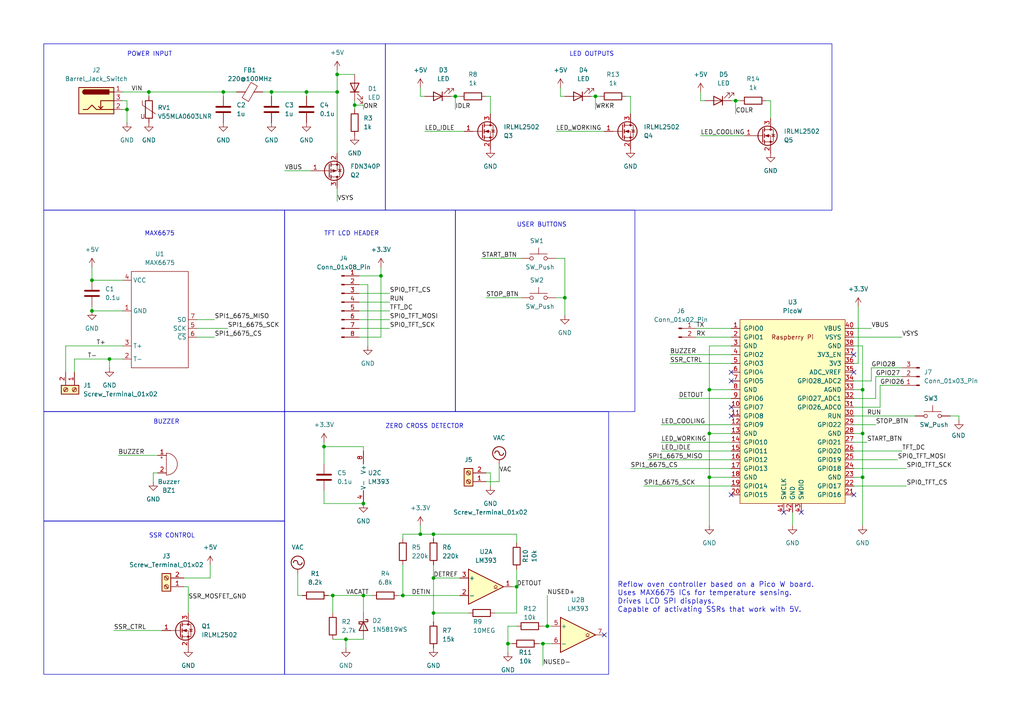
<source format=kicad_sch>
(kicad_sch (version 20230121) (generator eeschema)
  (paper "A4")
  (title_block (title "Pcroast"))
  (lib_symbols
    (symbol "Comparator:LM393" (pin_names (offset 0.127))
      (property "Reference" "U" (at 3.81 3.81 0))
      (property "Value" "LM393" (at 6.35 -3.81 0))
      (symbol "LM393_1_1"
        (pin open_collector line (at 7.62 0 180) (length 2.54) (name "~") (number "1"))
        (pin input line (at -7.62 -2.54 0) (length 2.54) (name "-") (number "2"))
        (pin input line (at -7.62 2.54 0) (length 2.54) (name "+") (number "3"))
      )
      (symbol "LM393_2_1"
        (pin input line (at -7.62 2.54 0) (length 2.54) (name "+") (number "5"))
        (pin input line (at -7.62 -2.54 0) (length 2.54) (name "-") (number "6"))
        (pin open_collector line (at 7.62 0 180) (length 2.54) (name "~") (number "7"))
      )
      (symbol "LM393_3_1"
        (pin power_in line (at -2.54 -7.62 90) (length 3.81) (name "V-") (number "4"))
        (pin power_in line (at -2.54 7.62 270) (length 3.81) (name "V+") (number "8"))
      )
    )
    (symbol "Connector:Barrel_Jack_Switch" (pin_names hide)
      (property "Reference" "J" (at 0 5.334 0))
      (property "Value" "Barrel_Jack_Switch" (at 0 -5.08 0))
      (symbol "Barrel_Jack_Switch_1_1"
        (pin passive line (at 7.62 2.54 180) (length 2.54) (name "~") (number "1"))
        (pin passive line (at 7.62 -2.54 180) (length 2.54) (name "~") (number "2"))
        (pin passive line (at 7.62 0 180) (length 2.54) (name "~") (number "3"))
      )
    )
    (symbol "Connector:Conn_01x02_Pin" (pin_names (offset 1.016) hide)
      (property "Reference" "J" (at 0 2.54 0))
      (property "Value" "Conn_01x02_Pin" (at 0 -5.08 0))
      (symbol "Conn_01x02_Pin_1_1"
        (pin passive line (at 5.08 0 180) (length 3.81) (name "Pin_1") (number "1"))
        (pin passive line (at 5.08 -2.54 180) (length 3.81) (name "Pin_2") (number "2"))
      )
    )
    (symbol "Connector:Conn_01x03_Pin" (pin_names (offset 1.016) hide)
      (property "Reference" "J" (at 0 5.08 0))
      (property "Value" "Conn_01x03_Pin" (at 0 -5.08 0))
      (symbol "Conn_01x03_Pin_1_1"
        (pin passive line (at 5.08 2.54 180) (length 3.81) (name "Pin_1") (number "1"))
        (pin passive line (at 5.08 0 180) (length 3.81) (name "Pin_2") (number "2"))
        (pin passive line (at 5.08 -2.54 180) (length 3.81) (name "Pin_3") (number "3"))
      )
    )
    (symbol "Connector:Conn_01x08_Pin" (pin_names (offset 1.016) hide)
      (property "Reference" "J" (at 0 10.16 0))
      (property "Value" "Conn_01x08_Pin" (at 0 -12.7 0))
      (symbol "Conn_01x08_Pin_1_1"
        (pin passive line (at 5.08 7.62 180) (length 3.81) (name "Pin_1") (number "1"))
        (pin passive line (at 5.08 5.08 180) (length 3.81) (name "Pin_2") (number "2"))
        (pin passive line (at 5.08 2.54 180) (length 3.81) (name "Pin_3") (number "3"))
        (pin passive line (at 5.08 0 180) (length 3.81) (name "Pin_4") (number "4"))
        (pin passive line (at 5.08 -2.54 180) (length 3.81) (name "Pin_5") (number "5"))
        (pin passive line (at 5.08 -5.08 180) (length 3.81) (name "Pin_6") (number "6"))
        (pin passive line (at 5.08 -7.62 180) (length 3.81) (name "Pin_7") (number "7"))
        (pin passive line (at 5.08 -10.16 180) (length 3.81) (name "Pin_8") (number "8"))
      )
    )
    (symbol "Connector:Screw_Terminal_01x02" (pin_names (offset 1.016) hide)
      (property "Reference" "J" (at 0 2.54 0))
      (property "Value" "Screw_Terminal_01x02" (at 0 -5.08 0))
      (symbol "Screw_Terminal_01x02_1_1"
        (pin passive line (at -5.08 0 0) (length 3.81) (name "Pin_1") (number "1"))
        (pin passive line (at -5.08 -2.54 0) (length 3.81) (name "Pin_2") (number "2"))
      )
    )
    (symbol "Device:Buzzer" (pin_names (offset 0.0254) hide)
      (property "Reference" "BZ" (at 3.81 1.27 0))
      (property "Value" "Buzzer" (at 3.81 -1.27 0))
      (symbol "Buzzer_1_1"
        (pin passive line (at -2.54 2.54 0) (length 2.54) (name "-") (number "1"))
        (pin passive line (at -2.54 -2.54 0) (length 2.54) (name "+") (number "2"))
      )
    )
    (symbol "Device:C" (pin_numbers hide) (pin_names (offset 0.254))
      (property "Reference" "C" (at 0.635 2.54 0))
      (property "Value" "C" (at 0.635 -2.54 0))
      (symbol "C_1_1"
        (pin passive line (at 0 3.81 270) (length 2.794) (name "~") (number "1"))
        (pin passive line (at 0 -3.81 90) (length 2.794) (name "~") (number "2"))
      )
    )
    (symbol "Device:FerriteBead" (pin_numbers hide) (pin_names (offset 0))
      (property "Reference" "FB" (at -3.81 0.635 90))
      (property "Value" "FerriteBead" (at 3.81 0 90))
      (symbol "FerriteBead_1_1"
        (pin passive line (at 0 3.81 270) (length 2.54) (name "~") (number "1"))
        (pin passive line (at 0 -3.81 90) (length 2.54) (name "~") (number "2"))
      )
    )
    (symbol "Device:LED" (pin_numbers hide) (pin_names (offset 1.016) hide)
      (property "Reference" "D" (at 0 2.54 0))
      (property "Value" "LED" (at 0 -2.54 0))
      (symbol "LED_1_1"
        (pin passive line (at -3.81 0 0) (length 2.54) (name "K") (number "1"))
        (pin passive line (at 3.81 0 180) (length 2.54) (name "A") (number "2"))
      )
    )
    (symbol "Device:R" (pin_numbers hide) (pin_names (offset 0))
      (property "Reference" "R" (at 2.032 0 90))
      (property "Value" "R" (at 0 0 90))
      (symbol "R_1_1"
        (pin passive line (at 0 3.81 270) (length 1.27) (name "~") (number "1"))
        (pin passive line (at 0 -3.81 90) (length 1.27) (name "~") (number "2"))
      )
    )
    (symbol "Device:Varistor" (pin_numbers hide) (pin_names (offset 0))
      (property "Reference" "RV" (at 3.175 0 90))
      (property "Value" "Varistor" (at -3.175 0 90))
      (symbol "Varistor_0_0"
        (text "U" (at -1.778 -2.032 0) (effects (font (size 1.27 1.27))))
      )
      (symbol "Varistor_1_1"
        (pin passive line (at 0 3.81 270) (length 1.27) (name "~") (number "1"))
        (pin passive line (at 0 -3.81 90) (length 1.27) (name "~") (number "2"))
      )
    )
    (symbol "Diode:1N5819WS" (pin_numbers hide) (pin_names (offset 1.016) hide)
      (property "Reference" "D" (at 0 2.54 0))
      (property "Value" "1N5819WS" (at 0 -2.54 0))
      (symbol "1N5819WS_1_1"
        (pin passive line (at -3.81 0 0) (length 2.54) (name "K") (number "1"))
        (pin passive line (at 3.81 0 180) (length 2.54) (name "A") (number "2"))
      )
    )
    (symbol "GND_1" (power) (pin_names (offset 0))
      (property "Value" "GND_1" (at 0 -3.81 0))
      (symbol "GND_1_1_1"
        (pin power_in line (at 0 0 270) (length 0) hide (name "GND") (number "1"))
      )
    )
    (symbol "GND_10" (power) (pin_names (offset 0))
      (property "Value" "GND_10" (at 0 -3.81 0))
      (symbol "GND_10_1_1"
        (pin power_in line (at 0 0 270) (length 0) hide (name "GND") (number "1"))
      )
    )
    (symbol "GND_11" (power) (pin_names (offset 0))
      (property "Value" "GND_11" (at 0 -3.81 0))
      (symbol "GND_11_1_1"
        (pin power_in line (at 0 0 270) (length 0) hide (name "GND") (number "1"))
      )
    )
    (symbol "GND_2" (power) (pin_names (offset 0))
      (property "Value" "GND_2" (at 0 -3.81 0))
      (symbol "GND_2_1_1"
        (pin power_in line (at 0 0 270) (length 0) hide (name "GND") (number "1"))
      )
    )
    (symbol "GND_3" (power) (pin_names (offset 0))
      (property "Value" "GND_3" (at 0 -3.81 0))
      (symbol "GND_3_1_1"
        (pin power_in line (at 0 0 270) (length 0) hide (name "GND") (number "1"))
      )
    )
    (symbol "GND_4" (power) (pin_names (offset 0))
      (property "Value" "GND_4" (at 0 -3.81 0))
      (symbol "GND_4_1_1"
        (pin power_in line (at 0 0 270) (length 0) hide (name "GND") (number "1"))
      )
    )
    (symbol "GND_5" (power) (pin_names (offset 0))
      (property "Value" "GND_5" (at 0 -3.81 0))
      (symbol "GND_5_1_1"
        (pin power_in line (at 0 0 270) (length 0) hide (name "GND") (number "1"))
      )
    )
    (symbol "GND_6" (power) (pin_names (offset 0))
      (property "Value" "GND_6" (at 0 -3.81 0))
      (symbol "GND_6_1_1"
        (pin power_in line (at 0 0 270) (length 0) hide (name "GND") (number "1"))
      )
    )
    (symbol "GND_7" (power) (pin_names (offset 0))
      (property "Value" "GND_7" (at 0 -3.81 0))
      (symbol "GND_7_1_1"
        (pin power_in line (at 0 0 270) (length 0) hide (name "GND") (number "1"))
      )
    )
    (symbol "GND_8" (power) (pin_names (offset 0))
      (property "Value" "GND_8" (at 0 -3.81 0))
      (symbol "GND_8_1_1"
        (pin power_in line (at 0 0 270) (length 0) hide (name "GND") (number "1"))
      )
    )
    (symbol "GND_9" (power) (pin_names (offset 0))
      (property "Value" "GND_9" (at 0 -3.81 0))
      (symbol "GND_9_1_1"
        (pin power_in line (at 0 0 270) (length 0) hide (name "GND") (number "1"))
      )
    )
    (symbol "Switch:SW_Push" (pin_numbers hide) (pin_names (offset 1.016) hide)
      (property "Reference" "SW" (at 1.27 2.54 0))
      (property "Value" "SW_Push" (at 0 -1.524 0))
      (symbol "SW_Push_0_1"
        (pin passive line (at -5.08 0 0) (length 2.54) (name "1") (number "1"))
        (pin passive line (at 5.08 0 180) (length 2.54) (name "2") (number "2"))
      )
    )
    (symbol "Transistor_FET:FDN340P" (pin_names hide)
      (property "Reference" "Q" (at 5.08 1.905 0))
      (property "Value" "FDN340P" (at 5.08 0 0))
      (symbol "FDN340P_1_1"
        (pin input line (at -5.08 0 0) (length 2.54) (name "G") (number "1"))
        (pin passive line (at 2.54 -5.08 90) (length 2.54) (name "S") (number "2"))
        (pin passive line (at 2.54 5.08 270) (length 2.54) (name "D") (number "3"))
      )
    )
    (symbol "pcrap:IRLML2502" (pin_names hide)
      (property "Reference" "Q" (at 5.08 1.905 0))
      (property "Value" "IRLML2502" (at 5.08 0 0))
      (symbol "IRLML2502_1_1"
        (pin input line (at -5.08 0 0) (length 2.54) (name "G") (number "1"))
        (pin passive line (at 2.54 -5.08 90) (length 2.54) (name "S") (number "2"))
        (pin passive line (at 2.54 5.08 270) (length 2.54) (name "D") (number "3"))
      )
    )
    (symbol "pcrap:MAX6675"
      (property "Reference" "U" (at 3.81 0 0))
      (property "Value" "MAX6675" (at 6.35 -7.62 0))
      (symbol "MAX6675_1_1"
        (pin power_in line (at -5.08 -12.7 0) (length 2.54) (name "GND") (number "1"))
        (pin input line (at -5.08 -26.67 0) (length 2.54) (name "T-") (number "2"))
        (pin input line (at -5.08 -22.86 0) (length 2.54) (name "T+") (number "3"))
        (pin power_in line (at -5.08 -3.81 0) (length 2.54) (name "VCC") (number "4"))
        (pin input line (at 16.51 -17.78 180) (length 2.54) (name "SCK") (number "5"))
        (pin input line (at 16.51 -20.32 180) (length 2.54) (name "~{CS}") (number "6"))
        (pin output line (at 16.51 -15.24 180) (length 2.54) (name "SO") (number "7"))
        (pin no_connect line (at 7.62 -31.75 0) (length 2.54) hide (name "NC") (number "8"))
      )
    )
    (symbol "pcrap:PicoW" (pin_names (offset 1.016))
      (property "Reference" "U" (at -13.97 27.94 0))
      (property "Value" "PicoW" (at 0 19.05 0))
      (symbol "PicoW_0_0"
        (text "Raspberry Pi" (at 0 21.59 0) (effects (font (size 1.27 1.27))))
      )
      (symbol "PicoW_1_1"
        (pin bidirectional line (at -17.78 24.13 0) (length 2.54) (name "GPIO0") (number "1"))
        (pin bidirectional line (at -17.78 1.27 0) (length 2.54) (name "GPIO7") (number "10"))
        (pin bidirectional line (at -17.78 -1.27 0) (length 2.54) (name "GPIO8") (number "11"))
        (pin bidirectional line (at -17.78 -3.81 0) (length 2.54) (name "GPIO9") (number "12"))
        (pin power_in line (at -17.78 -6.35 0) (length 2.54) (name "GND") (number "13"))
        (pin bidirectional line (at -17.78 -8.89 0) (length 2.54) (name "GPIO10") (number "14"))
        (pin bidirectional line (at -17.78 -11.43 0) (length 2.54) (name "GPIO11") (number "15"))
        (pin bidirectional line (at -17.78 -13.97 0) (length 2.54) (name "GPIO12") (number "16"))
        (pin bidirectional line (at -17.78 -16.51 0) (length 2.54) (name "GPIO13") (number "17"))
        (pin power_in line (at -17.78 -19.05 0) (length 2.54) (name "GND") (number "18"))
        (pin bidirectional line (at -17.78 -21.59 0) (length 2.54) (name "GPIO14") (number "19"))
        (pin bidirectional line (at -17.78 21.59 0) (length 2.54) (name "GPIO1") (number "2"))
        (pin bidirectional line (at -17.78 -24.13 0) (length 2.54) (name "GPIO15") (number "20"))
        (pin bidirectional line (at 17.78 -24.13 180) (length 2.54) (name "GPIO16") (number "21"))
        (pin bidirectional line (at 17.78 -21.59 180) (length 2.54) (name "GPIO17") (number "22"))
        (pin power_in line (at 17.78 -19.05 180) (length 2.54) (name "GND") (number "23"))
        (pin bidirectional line (at 17.78 -16.51 180) (length 2.54) (name "GPIO18") (number "24"))
        (pin bidirectional line (at 17.78 -13.97 180) (length 2.54) (name "GPIO19") (number "25"))
        (pin bidirectional line (at 17.78 -11.43 180) (length 2.54) (name "GPIO20") (number "26"))
        (pin bidirectional line (at 17.78 -8.89 180) (length 2.54) (name "GPIO21") (number "27"))
        (pin power_in line (at 17.78 -6.35 180) (length 2.54) (name "GND") (number "28"))
        (pin bidirectional line (at 17.78 -3.81 180) (length 2.54) (name "GPIO22") (number "29"))
        (pin power_in line (at -17.78 19.05 0) (length 2.54) (name "GND") (number "3"))
        (pin input line (at 17.78 -1.27 180) (length 2.54) (name "RUN") (number "30"))
        (pin bidirectional line (at 17.78 1.27 180) (length 2.54) (name "GPIO26_ADC0") (number "31"))
        (pin bidirectional line (at 17.78 3.81 180) (length 2.54) (name "GPIO27_ADC1") (number "32"))
        (pin power_in line (at 17.78 6.35 180) (length 2.54) (name "AGND") (number "33"))
        (pin bidirectional line (at 17.78 8.89 180) (length 2.54) (name "GPIO28_ADC2") (number "34"))
        (pin unspecified line (at 17.78 11.43 180) (length 2.54) (name "ADC_VREF") (number "35"))
        (pin unspecified line (at 17.78 13.97 180) (length 2.54) (name "3V3") (number "36"))
        (pin input line (at 17.78 16.51 180) (length 2.54) (name "3V3_EN") (number "37"))
        (pin bidirectional line (at 17.78 19.05 180) (length 2.54) (name "GND") (number "38"))
        (pin unspecified line (at 17.78 21.59 180) (length 2.54) (name "VSYS") (number "39"))
        (pin bidirectional line (at -17.78 16.51 0) (length 2.54) (name "GPIO2") (number "4"))
        (pin unspecified line (at 17.78 24.13 180) (length 2.54) (name "VBUS") (number "40"))
        (pin input line (at -2.54 -29.21 90) (length 2.54) (name "SWCLK") (number "41"))
        (pin power_in line (at 0 -29.21 90) (length 2.54) (name "GND") (number "42"))
        (pin bidirectional line (at 2.54 -29.21 90) (length 2.54) (name "SWDIO") (number "43"))
        (pin bidirectional line (at -17.78 13.97 0) (length 2.54) (name "GPIO3") (number "5"))
        (pin bidirectional line (at -17.78 11.43 0) (length 2.54) (name "GPIO4") (number "6"))
        (pin bidirectional line (at -17.78 8.89 0) (length 2.54) (name "GPIO5") (number "7"))
        (pin power_in line (at -17.78 6.35 0) (length 2.54) (name "GND") (number "8"))
        (pin bidirectional line (at -17.78 3.81 0) (length 2.54) (name "GPIO6") (number "9"))
      )
    )
    (symbol "power:+3.3V" (power) (pin_names (offset 0))
      (property "Value" "+3.3V" (at 0 3.556 0))
      (symbol "+3.3V_1_1"
        (pin power_in line (at 0 0 90) (length 0) hide (name "+3.3V") (number "1"))
      )
    )
    (symbol "power:+5V" (power) (pin_names (offset 0))
      (property "Value" "+5V" (at 0 3.556 0))
      (symbol "+5V_1_1"
        (pin power_in line (at 0 0 90) (length 0) hide (name "+5V") (number "1"))
      )
    )
    (symbol "power:GND" (power) (pin_names (offset 0))
      (property "Value" "GND" (at 0 -3.81 0))
      (symbol "GND_1_1"
        (pin power_in line (at 0 0 270) (length 0) hide (name "GND") (number "1"))
      )
    )
    (symbol "power:VAC" (power) (pin_names (offset 0))
      (property "Value" "VAC" (at 0 6.35 0))
      (symbol "VAC_1_1"
        (pin power_in line (at 0 0 90) (length 0) hide (name "VAC") (number "1"))
      )
    )
  )
  (junction (at 158.75 181.61))
  (junction (at 97.79 26.67))
  (junction (at 250.19 113.03))
  (junction (at 125.73 177.8))
  (junction (at 88.9 26.67))
  (junction (at 78.74 26.67))
  (junction (at 36.83 31.75))
  (junction (at 64.77 26.67))
  (junction (at 102.87 30.48))
  (junction (at 157.48 186.69))
  (junction (at 125.73 154.94))
  (junction (at 250.19 125.73))
  (junction (at 93.98 129.54))
  (junction (at 125.73 167.64))
  (junction (at 26.67 81.28))
  (junction (at 147.32 186.69))
  (junction (at 172.72 27.94))
  (junction (at 105.41 146.05))
  (junction (at 250.19 138.43))
  (junction (at 105.41 172.72))
  (junction (at 100.33 185.42))
  (junction (at 43.18 26.67))
  (junction (at 205.74 113.03))
  (junction (at 163.83 86.36))
  (junction (at 121.92 154.94))
  (junction (at 132.08 27.94))
  (junction (at 97.79 21.59))
  (junction (at 205.74 125.73))
  (junction (at 26.67 90.17))
  (junction (at 31.75 104.14))
  (junction (at 96.52 172.72))
  (junction (at 149.86 170.18))
  (junction (at 205.74 138.43))
  (junction (at 110.49 80.01))
  (junction (at 116.84 172.72))
  (junction (at 213.36 29.21))
  (no_connect (at 175.26 184.15))
  (no_connect (at 232.41 148.59))
  (no_connect (at 247.65 107.95))
  (no_connect (at 212.09 107.95))
  (no_connect (at 247.65 102.87))
  (no_connect (at 247.65 143.51))
  (no_connect (at 212.09 118.11))
  (no_connect (at 212.09 120.65))
  (no_connect (at 227.33 148.59))
  (no_connect (at 212.09 143.51))
  (no_connect (at 212.09 110.49))
  (wire (pts (xy 125.73 154.94) (xy 149.86 154.94)))
  (wire (pts (xy 278.13 120.65) (xy 278.13 121.92)))
  (wire (pts (xy 194.31 102.87) (xy 212.09 102.87)))
  (wire (pts (xy 222.25 29.21) (xy 223.52 29.21)))
  (wire (pts (xy 142.24 27.94) (xy 142.24 33.02)))
  (wire (pts (xy 191.77 130.81) (xy 212.09 130.81)))
  (wire (pts (xy 100.33 185.42) (xy 105.41 185.42)))
  (wire (pts (xy 247.65 113.03) (xy 250.19 113.03)))
  (wire (pts (xy 223.52 29.21) (xy 223.52 34.29)))
  (wire (pts (xy 161.29 38.1) (xy 175.26 38.1)))
  (wire (pts (xy 36.83 31.75) (xy 36.83 29.21)))
  (wire (pts (xy 250.19 152.4) (xy 250.19 138.43)))
  (wire (pts (xy 247.65 120.65) (xy 265.43 120.65)))
  (wire (pts (xy 147.32 186.69) (xy 147.32 189.23)))
  (wire (pts (xy 35.56 26.67) (xy 43.18 26.67)))
  (wire (pts (xy 275.59 120.65) (xy 278.13 120.65)))
  (wire (pts (xy 212.09 125.73) (xy 205.74 125.73)))
  (wire (pts (xy 88.9 27.94) (xy 88.9 26.67)))
  (wire (pts (xy 255.27 111.76) (xy 261.62 111.76)))
  (wire (pts (xy 132.08 31.75) (xy 132.08 27.94)))
  (wire (pts (xy 172.72 31.75) (xy 172.72 27.94)))
  (wire (pts (xy 203.2 26.67) (xy 203.2 29.21)))
  (wire (pts (xy 26.67 90.17) (xy 35.56 90.17)))
  (wire (pts (xy 205.74 138.43) (xy 205.74 152.4)))
  (wire (pts (xy 78.74 27.94) (xy 78.74 26.67)))
  (wire (pts (xy 57.15 92.71) (xy 62.23 92.71)))
  (wire (pts (xy 96.52 185.42) (xy 100.33 185.42)))
  (wire (pts (xy 144.78 134.62) (xy 144.78 139.7)))
  (wire (pts (xy 76.2 26.67) (xy 78.74 26.67)))
  (wire (pts (xy 104.14 95.25) (xy 113.03 95.25)))
  (wire (pts (xy 247.65 133.35) (xy 260.35 133.35)))
  (wire (pts (xy 205.74 125.73) (xy 205.74 138.43)))
  (wire (pts (xy 147.32 186.69) (xy 148.59 186.69)))
  (wire (pts (xy 158.75 181.61) (xy 160.02 181.61)))
  (wire (pts (xy 64.77 26.67) (xy 68.58 26.67)))
  (wire (pts (xy 125.73 167.64) (xy 125.73 177.8)))
  (wire (pts (xy 33.02 182.88) (xy 46.99 182.88)))
  (wire (pts (xy 229.87 148.59) (xy 229.87 152.4)))
  (wire (pts (xy 110.49 97.79) (xy 110.49 80.01)))
  (wire (pts (xy 26.67 81.28) (xy 35.56 81.28)))
  (wire (pts (xy 53.34 170.18) (xy 54.61 170.18)))
  (wire (pts (xy 255.27 118.11) (xy 255.27 111.76)))
  (wire (pts (xy 213.36 33.02) (xy 213.36 29.21)))
  (wire (pts (xy 115.57 172.72) (xy 116.84 172.72)))
  (wire (pts (xy 149.86 181.61) (xy 147.32 181.61)))
  (wire (pts (xy 104.14 92.71) (xy 113.03 92.71)))
  (wire (pts (xy 247.65 138.43) (xy 250.19 138.43)))
  (wire (pts (xy 106.68 82.55) (xy 104.14 82.55)))
  (wire (pts (xy 86.36 172.72) (xy 86.36 166.37)))
  (wire (pts (xy 102.87 29.21) (xy 102.87 30.48)))
  (wire (pts (xy 123.19 38.1) (xy 134.62 38.1)))
  (wire (pts (xy 254 115.57) (xy 254 109.22)))
  (wire (pts (xy 181.61 27.94) (xy 182.88 27.94)))
  (wire (pts (xy 26.67 88.9) (xy 26.67 90.17)))
  (wire (pts (xy 96.52 172.72) (xy 105.41 172.72)))
  (wire (pts (xy 247.65 128.27) (xy 251.46 128.27)))
  (wire (pts (xy 60.96 163.83) (xy 60.96 167.64)))
  (wire (pts (xy 162.56 27.94) (xy 163.83 27.94)))
  (wire (pts (xy 125.73 154.94) (xy 125.73 156.21)))
  (wire (pts (xy 143.51 177.8) (xy 149.86 177.8)))
  (wire (pts (xy 26.67 77.47) (xy 26.67 81.28)))
  (wire (pts (xy 31.75 104.14) (xy 35.56 104.14)))
  (wire (pts (xy 104.14 87.63) (xy 113.03 87.63)))
  (wire (pts (xy 247.65 135.89) (xy 262.89 135.89)))
  (wire (pts (xy 116.84 163.83) (xy 116.84 172.72)))
  (wire (pts (xy 116.84 156.21) (xy 116.84 154.94)))
  (wire (pts (xy 187.96 133.35) (xy 212.09 133.35)))
  (wire (pts (xy 247.65 110.49) (xy 252.73 110.49)))
  (wire (pts (xy 78.74 26.67) (xy 88.9 26.67)))
  (wire (pts (xy 93.98 129.54) (xy 93.98 134.62)))
  (wire (pts (xy 105.41 31.75) (xy 105.41 30.48)))
  (wire (pts (xy 57.15 97.79) (xy 62.23 97.79)))
  (wire (pts (xy 247.65 140.97) (xy 262.89 140.97)))
  (wire (pts (xy 87.63 172.72) (xy 86.36 172.72)))
  (wire (pts (xy 250.19 113.03) (xy 250.19 125.73)))
  (wire (pts (xy 149.86 165.1) (xy 149.86 170.18)))
  (wire (pts (xy 132.08 27.94) (xy 133.35 27.94)))
  (wire (pts (xy 148.59 170.18) (xy 149.86 170.18)))
  (wire (pts (xy 35.56 29.21) (xy 36.83 29.21)))
  (wire (pts (xy 105.41 129.54) (xy 93.98 129.54)))
  (wire (pts (xy 121.92 152.4) (xy 121.92 154.94)))
  (wire (pts (xy 172.72 27.94) (xy 173.99 27.94)))
  (wire (pts (xy 93.98 128.27) (xy 93.98 129.54)))
  (wire (pts (xy 140.97 27.94) (xy 142.24 27.94)))
  (wire (pts (xy 60.96 167.64) (xy 53.34 167.64)))
  (wire (pts (xy 156.21 186.69) (xy 157.48 186.69)))
  (wire (pts (xy 125.73 177.8) (xy 125.73 180.34)))
  (wire (pts (xy 186.69 140.97) (xy 212.09 140.97)))
  (wire (pts (xy 95.25 172.72) (xy 96.52 172.72)))
  (wire (pts (xy 105.41 30.48) (xy 102.87 30.48)))
  (wire (pts (xy 203.2 39.37) (xy 215.9 39.37)))
  (wire (pts (xy 82.55 49.53) (xy 90.17 49.53)))
  (wire (pts (xy 121.92 154.94) (xy 125.73 154.94)))
  (wire (pts (xy 247.65 95.25) (xy 252.73 95.25)))
  (wire (pts (xy 194.31 105.41) (xy 212.09 105.41)))
  (wire (pts (xy 212.09 29.21) (xy 213.36 29.21)))
  (wire (pts (xy 182.88 27.94) (xy 182.88 33.02)))
  (wire (pts (xy 139.7 74.93) (xy 151.13 74.93)))
  (wire (pts (xy 212.09 135.89) (xy 182.88 135.89)))
  (wire (pts (xy 254 109.22) (xy 261.62 109.22)))
  (wire (pts (xy 105.41 172.72) (xy 105.41 177.8)))
  (wire (pts (xy 212.09 138.43) (xy 205.74 138.43)))
  (wire (pts (xy 97.79 21.59) (xy 102.87 21.59)))
  (wire (pts (xy 31.75 104.14) (xy 31.75 106.68)))
  (wire (pts (xy 250.19 100.33) (xy 250.19 113.03)))
  (wire (pts (xy 149.86 157.48) (xy 149.86 154.94)))
  (wire (pts (xy 157.48 186.69) (xy 160.02 186.69)))
  (wire (pts (xy 149.86 170.18) (xy 149.86 177.8)))
  (wire (pts (xy 35.56 31.75) (xy 36.83 31.75)))
  (wire (pts (xy 247.65 123.19) (xy 254 123.19)))
  (wire (pts (xy 163.83 86.36) (xy 163.83 91.44)))
  (wire (pts (xy 205.74 113.03) (xy 205.74 125.73)))
  (wire (pts (xy 248.92 105.41) (xy 247.65 105.41)))
  (wire (pts (xy 161.29 86.36) (xy 163.83 86.36)))
  (wire (pts (xy 19.05 107.95) (xy 19.05 100.33)))
  (wire (pts (xy 205.74 100.33) (xy 205.74 113.03)))
  (wire (pts (xy 247.65 118.11) (xy 255.27 118.11)))
  (wire (pts (xy 191.77 123.19) (xy 212.09 123.19)))
  (wire (pts (xy 125.73 167.64) (xy 133.35 167.64)))
  (wire (pts (xy 96.52 172.72) (xy 96.52 177.8)))
  (wire (pts (xy 104.14 97.79) (xy 110.49 97.79)))
  (wire (pts (xy 248.92 88.9) (xy 248.92 105.41)))
  (wire (pts (xy 21.59 104.14) (xy 21.59 107.95)))
  (wire (pts (xy 110.49 77.47) (xy 110.49 80.01)))
  (wire (pts (xy 97.79 21.59) (xy 97.79 26.67)))
  (wire (pts (xy 130.81 27.94) (xy 132.08 27.94)))
  (wire (pts (xy 97.79 54.61) (xy 97.79 58.42)))
  (wire (pts (xy 54.61 170.18) (xy 54.61 177.8)))
  (wire (pts (xy 106.68 82.55) (xy 106.68 100.33)))
  (wire (pts (xy 158.75 172.72) (xy 158.75 181.61)))
  (wire (pts (xy 104.14 85.09) (xy 113.03 85.09)))
  (wire (pts (xy 34.29 132.08) (xy 45.72 132.08)))
  (wire (pts (xy 100.33 187.96) (xy 100.33 185.42)))
  (wire (pts (xy 44.45 137.16) (xy 45.72 137.16)))
  (wire (pts (xy 212.09 113.03) (xy 205.74 113.03)))
  (wire (pts (xy 247.65 97.79) (xy 261.62 97.79)))
  (wire (pts (xy 102.87 30.48) (xy 102.87 31.75)))
  (wire (pts (xy 104.14 90.17) (xy 113.03 90.17)))
  (wire (pts (xy 247.65 125.73) (xy 250.19 125.73)))
  (wire (pts (xy 203.2 29.21) (xy 204.47 29.21)))
  (wire (pts (xy 191.77 128.27) (xy 212.09 128.27)))
  (wire (pts (xy 57.15 95.25) (xy 66.04 95.25)))
  (wire (pts (xy 161.29 74.93) (xy 163.83 74.93)))
  (wire (pts (xy 64.77 26.67) (xy 64.77 27.94)))
  (wire (pts (xy 252.73 110.49) (xy 252.73 106.68)))
  (wire (pts (xy 142.24 137.16) (xy 140.97 137.16)))
  (wire (pts (xy 157.48 193.04) (xy 157.48 186.69)))
  (wire (pts (xy 105.41 172.72) (xy 107.95 172.72)))
  (wire (pts (xy 140.97 139.7) (xy 144.78 139.7)))
  (wire (pts (xy 43.18 26.67) (xy 43.18 27.94)))
  (wire (pts (xy 125.73 177.8) (xy 135.89 177.8)))
  (wire (pts (xy 105.41 130.81) (xy 105.41 129.54)))
  (wire (pts (xy 162.56 25.4) (xy 162.56 27.94)))
  (wire (pts (xy 212.09 97.79) (xy 201.93 97.79)))
  (wire (pts (xy 93.98 142.24) (xy 93.98 146.05)))
  (wire (pts (xy 196.85 115.57) (xy 212.09 115.57)))
  (wire (pts (xy 247.65 115.57) (xy 254 115.57)))
  (wire (pts (xy 142.24 137.16) (xy 142.24 140.97)))
  (wire (pts (xy 171.45 27.94) (xy 172.72 27.94)))
  (wire (pts (xy 247.65 100.33) (xy 250.19 100.33)))
  (wire (pts (xy 252.73 106.68) (xy 261.62 106.68)))
  (wire (pts (xy 140.97 86.36) (xy 151.13 86.36)))
  (wire (pts (xy 247.65 130.81) (xy 261.62 130.81)))
  (wire (pts (xy 110.49 80.01) (xy 104.14 80.01)))
  (wire (pts (xy 19.05 100.33) (xy 35.56 100.33)))
  (wire (pts (xy 121.92 25.4) (xy 121.92 27.94)))
  (wire (pts (xy 44.45 139.7) (xy 44.45 137.16)))
  (wire (pts (xy 125.73 163.83) (xy 125.73 167.64)))
  (wire (pts (xy 147.32 181.61) (xy 147.32 186.69)))
  (wire (pts (xy 88.9 26.67) (xy 97.79 26.67)))
  (wire (pts (xy 93.98 146.05) (xy 105.41 146.05)))
  (wire (pts (xy 157.48 181.61) (xy 158.75 181.61)))
  (wire (pts (xy 213.36 29.21) (xy 214.63 29.21)))
  (wire (pts (xy 250.19 125.73) (xy 250.19 138.43)))
  (wire (pts (xy 116.84 172.72) (xy 133.35 172.72)))
  (wire (pts (xy 64.77 26.67) (xy 43.18 26.67)))
  (wire (pts (xy 212.09 95.25) (xy 201.93 95.25)))
  (wire (pts (xy 97.79 26.67) (xy 97.79 44.45)))
  (wire (pts (xy 123.19 27.94) (xy 121.92 27.94)))
  (wire (pts (xy 36.83 35.56) (xy 36.83 31.75)))
  (wire (pts (xy 116.84 154.94) (xy 121.92 154.94)))
  (wire (pts (xy 212.09 100.33) (xy 205.74 100.33)))
  (wire (pts (xy 97.79 20.32) (xy 97.79 21.59)))
  (wire (pts (xy 163.83 74.93) (xy 163.83 86.36)))
  (wire (pts (xy 21.59 104.14) (xy 31.75 104.14)))
  (rectangle (start 111.76 12.7) (end 241.3 60.96))
  (rectangle (start 12.7 12.7) (end 111.76 60.96))
  (rectangle (start 82.55 60.96) (end 132.08 119.38))
  (rectangle (start 132.08 60.96) (end 184.15 119.38))
  (rectangle (start 12.7 60.96) (end 82.55 119.38))
  (rectangle (start 12.7 119.38) (end 82.55 151.13))
  (rectangle (start 12.7 151.13) (end 82.55 195.58))
  (rectangle (start 82.55 119.38) (end 176.53 195.58))
  (text "USER BUTTONS" (at 149.86 66.04 0) (effects (font (size 1.27 1.27)) (justify left bottom)))
  (text "SSR CONTROL" (at 43.18 156.21 0) (effects (font (size 1.27 1.27)) (justify left bottom)))
  (text "ZERO CROSS DETECTOR" (at 111.76 124.46 0) (effects (font (size 1.27 1.27)) (justify left bottom)))
  (text "POWER INPUT" (at 36.83 16.51 0) (effects (font (size 1.27 1.27)) (justify left bottom)))
  (text "MAX6675" (at 41.91 68.58 0) (effects (font (size 1.27 1.27)) (justify left bottom)))
  (text "BUZZER" (at 44.45 123.19 0) (effects (font (size 1.27 1.27)) (justify left bottom)))
  (text "LED OUTPUTS" (at 165.1 16.51 0) (effects (font (size 1.27 1.27)) (justify left bottom)))
  (text "TFT LCD HEADER" (at 93.98 68.58 0) (effects (font (size 1.27 1.27)) (justify left bottom)))
  (text "Reflow oven controller based on a Pico W board.\nUses MAX6675 ICs for temperature sensing.\nDrives LCD SPI displays.\nCapable of activating SSRs that work with 5V." (at 179.07 177.8 0) (effects (font (size 1.5 1.5)) (justify left bottom)))
  (label "DETIN" (at 119.38 172.72 0))
  (label "SPI0_TFT_SCK" (at 113.03 95.25 0))
  (label "SPI0_TFT_MOSI" (at 260.35 133.35 0))
  (label "TFT_DC" (at 261.62 130.81 0))
  (label "GPIO27" (at 254 109.22 0))
  (label "NUSED-" (at 157.48 193.04 0))
  (label "SPI0_TFT_CS" (at 262.89 140.97 0))
  (label "LED_WORKING" (at 161.29 38.1 0))
  (label "SSR_CTRL" (at 194.31 105.41 0))
  (label "RX" (at 201.93 97.79 0))
  (label "STOP_BTN" (at 140.97 86.36 0))
  (label "VBUS" (at 82.55 49.53 0))
  (label "LED_COOLING" (at 191.77 123.19 0))
  (label "BUZZER" (at 34.29 132.08 0))
  (label "SPI1_6675_CS" (at 182.88 135.89 0))
  (label "SPI0_TFT_MOSI" (at 113.03 92.71 0))
  (label "VBUS" (at 252.73 95.25 0))
  (label "SSR_MOSFET_GND" (at 54.61 173.99 0))
  (label "ONR" (at 105.41 31.75 0))
  (label "WRKR" (at 172.72 31.75 0))
  (label "SPI1_6675_MISO" (at 187.96 133.35 0))
  (label "GPIO26" (at 255.27 111.76 0))
  (label "VIN" (at 38.1 26.67 0))
  (label "SPI0_TFT_SCK" (at 262.89 135.89 0))
  (label "T+" (at 27.94 100.33 0))
  (label "LED_COOLING" (at 203.2 39.37 0))
  (label "VACATT" (at 100.33 172.72 0))
  (label "TX" (at 201.93 95.25 0))
  (label "DETOUT" (at 149.86 170.18 0))
  (label "T-" (at 25.4 104.14 0))
  (label "SPI0_TFT_CS" (at 113.03 85.09 0))
  (label "BUZZER" (at 194.31 102.87 0))
  (label "SPI1_6675_SCK" (at 186.69 140.97 0))
  (label "SPI1_6675_SCK" (at 66.04 95.25 0))
  (label "DETOUT" (at 196.85 115.57 0))
  (label "VAC" (at 144.78 137.16 0))
  (label "IDLR" (at 132.08 31.75 0))
  (label "COLR" (at 213.36 33.02 0))
  (label "VSYS" (at 261.62 97.79 0))
  (label "TFT_DC" (at 113.03 90.17 0))
  (label "DETREF" (at 125.73 167.64 0))
  (label "START_BTN" (at 139.7 74.93 0))
  (label "RUN" (at 251.46 120.65 0))
  (label "VSYS" (at 97.79 58.42 0))
  (label "SPI1_6675_MISO" (at 62.23 92.71 0))
  (label "LED_IDLE" (at 123.19 38.1 0))
  (label "START_BTN" (at 251.46 128.27 0))
  (label "SPI1_6675_CS" (at 62.23 97.79 0))
  (label "STOP_BTN" (at 254 123.19 0))
  (label "GPIO28" (at 252.73 106.68 0))
  (label "LED_IDLE" (at 191.77 130.81 0))
  (label "SSR_CTRL" (at 33.02 182.88 0))
  (label "RUN" (at 113.03 87.63 0))
  (label "NUSED+" (at 158.75 172.72 0))
  (label "LED_WORKING" (at 191.77 128.27 0))
  (symbol (lib_id "Device:R") (at 137.16 27.94 90) (unit 1)
    (property "Reference" "R8" (at 137.16 21.59 90))
    (property "Value" "1k" (at 137.16 24.13 90))
    (property "Footprint" "Resistor_SMD:R_0603_1608Metric" (effects hide))
  )
  (symbol (lib_id "Device:LED") (at 127 27.94 180) (unit 1)
    (property "Reference" "D3" (at 128.5875 20.32 0))
    (property "Value" "LED" (at 128.5875 22.86 0))
    (property "Footprint" "LED_SMD:LED_0603_1608Metric" (effects hide))
  )
  (symbol (lib_id "power:+3.3V") (at 110.49 77.47 0) (unit 1)
    (property "Reference" "#PWR018" (effects hide))
    (property "Value" "+3.3V" (at 110.49 72.39 0))
  )
  (symbol (lib_id "Comparator:LM393") (at 140.97 170.18 0) (unit 1)
    (property "Reference" "U2" (at 140.97 160.02 0))
    (property "Value" "LM393" (at 140.97 162.56 0))
    (property "Footprint" "Package_SO:SOIC-8_3.9x4.9mm_P1.27mm" (effects hide))
    (property "Datasheet" "http://www.ti.com/lit/ds/symlink/lm393.pdf" (effects hide))
  )
  (symbol (lib_id "Device:R") (at 218.44 29.21 90) (unit 1)
    (property "Reference" "R14" (at 218.44 22.86 90))
    (property "Value" "1k" (at 218.44 25.4 90))
    (property "Footprint" "Resistor_SMD:R_0603_1608Metric" (effects hide))
  )
  (symbol (lib_id "Device:R") (at 149.86 161.29 180) (unit 1)
    (property "Reference" "R10" (at 152.4 161.29 90))
    (property "Value" "10k" (at 154.94 161.29 90))
    (property "Footprint" "Resistor_SMD:R_0603_1608Metric" (effects hide))
  )
  (symbol (lib_id "power:VAC") (at 86.36 166.37 0) (unit 1)
    (property "Reference" "#PWR010" (effects hide))
    (property "Value" "VAC" (at 86.36 158.75 0))
  )
  (symbol (lib_id "pcrap:PicoW") (at 229.87 119.38 0) (unit 1)
    (property "Reference" "U3" (at 229.87 87.63 0))
    (property "Value" "PicoW" (at 229.87 90.17 0))
    (property "Footprint" "pcrap:RPi_PicoW_SMD_TH" (effects hide))
  )
  (symbol (lib_name "GND_8") (lib_id "power:GND") (at 100.33 187.96 0) (unit 1)
    (property "Reference" "#PWR014" (effects hide))
    (property "Value" "GND" (at 100.33 193.04 0))
  )
  (symbol (lib_id "Device:R") (at 96.52 181.61 180) (unit 1)
    (property "Reference" "R2" (at 99.06 180.34 0) (effects (justify right)))
    (property "Value" "2.7k" (at 99.06 182.88 0) (effects (justify right)))
    (property "Footprint" "Resistor_SMD:R_0603_1608Metric" (effects hide))
  )
  (symbol (lib_id "Device:R") (at 91.44 172.72 90) (unit 1)
    (property "Reference" "R1" (at 91.44 166.37 90))
    (property "Value" "8.2k" (at 91.44 168.91 90))
    (property "Footprint" "Resistor_SMD:R_0603_1608Metric" (effects hide))
  )
  (symbol (lib_name "GND_10") (lib_id "power:GND") (at 64.77 35.56 0) (unit 1)
    (property "Reference" "#PWR08" (effects hide))
    (property "Value" "GND" (at 64.77 40.64 0))
  )
  (symbol (lib_id "Diode:1N5819WS") (at 105.41 181.61 270) (unit 1)
    (property "Reference" "D2" (at 107.95 180.0225 90) (effects (justify left)))
    (property "Value" "1N5819WS" (at 107.95 182.5625 90) (effects (justify left)))
    (property "Footprint" "Diode_SMD:D_SOD-123" (effects hide))
    (property "Datasheet" "https://datasheet.lcsc.com/lcsc/2204281430_Guangdong-Hottech-1N5819WS_C191023.pdf" (effects hide))
  )
  (symbol (lib_id "power:+5V") (at 121.92 25.4 0) (unit 1)
    (property "Reference" "#PWR019" (effects hide))
    (property "Value" "+5V" (at 121.92 20.32 0))
  )
  (symbol (lib_id "pcrap:IRLML2502") (at 52.07 182.88 0) (unit 1)
    (property "Reference" "Q1" (at 58.42 181.61 0) (effects (justify left)))
    (property "Value" "IRLML2502" (at 58.42 184.15 0) (effects (justify left)))
    (property "Footprint" "Package_TO_SOT_SMD:SOT-23" (effects hide))
    (property "Datasheet" "https://www.infineon.com/dgdl/Infineon-IRLML2502-DataSheet-v01_01-EN.pdf?fileId=5546d462533600a401535668048e2606" (effects hide))
  )
  (symbol (lib_id "Device:R") (at 153.67 181.61 90) (unit 1)
    (property "Reference" "R12" (at 153.67 176.53 90))
    (property "Value" "10k" (at 153.67 179.07 90))
    (property "Footprint" "Resistor_SMD:R_0603_1608Metric" (effects hide))
  )
  (symbol (lib_id "power:+3.3V") (at 93.98 128.27 0) (unit 1)
    (property "Reference" "#PWR020" (effects hide))
    (property "Value" "+3.3V" (at 93.98 123.19 0))
  )
  (symbol (lib_name "GND_2") (lib_id "power:GND") (at 26.67 90.17 0) (unit 1)
    (property "Reference" "#PWR02" (effects hide))
    (property "Value" "GND" (at 26.67 95.25 0))
  )
  (symbol (lib_id "power:+5V") (at 162.56 25.4 0) (unit 1)
    (property "Reference" "#PWR026" (effects hide))
    (property "Value" "+5V" (at 162.56 20.32 0))
  )
  (symbol (lib_name "GND_8") (lib_id "power:GND") (at 142.24 140.97 0) (unit 1)
    (property "Reference" "#PWR023" (effects hide))
    (property "Value" "GND" (at 142.24 146.05 0))
  )
  (symbol (lib_id "Device:R") (at 152.4 186.69 90) (unit 1)
    (property "Reference" "R11" (at 152.4 189.23 90))
    (property "Value" "10k" (at 152.4 191.77 90))
    (property "Footprint" "Resistor_SMD:R_0603_1608Metric" (effects hide))
  )
  (symbol (lib_id "Transistor_FET:FDN340P") (at 95.25 49.53 0) (mirror x) (unit 1)
    (property "Reference" "Q2" (at 101.6 50.8 0) (effects (justify left)))
    (property "Value" "FDN340P" (at 101.6 48.26 0) (effects (justify left)))
    (property "Footprint" "Package_TO_SOT_SMD:SOT-23" (effects hide))
    (property "Datasheet" "https://www.onsemi.com/pub/Collateral/FDN340P-D.PDF" (effects hide))
  )
  (symbol (lib_name "GND_7") (lib_id "power:GND") (at 54.61 187.96 0) (unit 1)
    (property "Reference" "#PWR06" (effects hide))
    (property "Value" "GND" (at 54.61 193.04 0))
  )
  (symbol (lib_name "GND_1") (lib_id "power:GND") (at 205.74 152.4 0) (unit 1)
    (property "Reference" "#PWR030" (effects hide))
    (property "Value" "GND" (at 205.74 157.48 0))
  )
  (symbol (lib_name "GND_10") (lib_id "power:GND") (at 88.9 35.56 0) (unit 1)
    (property "Reference" "#PWR011" (effects hide))
    (property "Value" "GND" (at 88.9 40.64 0))
  )
  (symbol (lib_name "GND_10") (lib_id "power:GND") (at 78.74 35.56 0) (unit 1)
    (property "Reference" "#PWR09" (effects hide))
    (property "Value" "GND" (at 78.74 40.64 0))
  )
  (symbol (lib_id "Device:R") (at 116.84 160.02 0) (unit 1)
    (property "Reference" "R5" (at 119.38 158.75 0) (effects (justify left)))
    (property "Value" "220k" (at 119.38 161.29 0) (effects (justify left)))
    (property "Footprint" "Resistor_SMD:R_0603_1608Metric" (effects hide))
  )
  (symbol (lib_name "GND_4") (lib_id "power:GND") (at 44.45 139.7 0) (mirror y) (unit 1)
    (property "Reference" "#PWR05" (effects hide))
    (property "Value" "GND" (at 44.45 144.78 0))
  )
  (symbol (lib_id "Comparator:LM393") (at 107.95 138.43 0) (unit 3)
    (property "Reference" "U2" (at 106.68 137.16 0) (effects (justify left)))
    (property "Value" "LM393" (at 106.68 139.7 0) (effects (justify left)))
    (property "Footprint" "Package_SO:SOIC-8_3.9x4.9mm_P1.27mm" (effects hide))
    (property "Datasheet" "http://www.ti.com/lit/ds/symlink/lm393.pdf" (effects hide))
  )
  (symbol (lib_id "pcrap:IRLML2502") (at 139.7 38.1 0) (unit 1)
    (property "Reference" "Q3" (at 146.05 39.37 0) (effects (justify left)))
    (property "Value" "IRLML2502" (at 146.05 36.83 0) (effects (justify left)))
    (property "Footprint" "Package_TO_SOT_SMD:SOT-23" (effects hide))
    (property "Datasheet" "https://www.infineon.com/dgdl/Infineon-IRLML2502-DataSheet-v01_01-EN.pdf?fileId=5546d462533600a401535668048e2606" (effects hide))
  )
  (symbol (lib_id "pcrap:IRLML2502") (at 220.98 39.37 0) (unit 1)
    (property "Reference" "Q5" (at 227.33 40.64 0) (effects (justify left)))
    (property "Value" "IRLML2502" (at 227.33 38.1 0) (effects (justify left)))
    (property "Footprint" "Package_TO_SOT_SMD:SOT-23" (effects hide))
    (property "Datasheet" "https://www.infineon.com/dgdl/Infineon-IRLML2502-DataSheet-v01_01-EN.pdf?fileId=5546d462533600a401535668048e2606" (effects hide))
  )
  (symbol (lib_id "Device:R") (at 125.73 184.15 0) (unit 1)
    (property "Reference" "R7" (at 128.27 182.88 0) (effects (justify left)))
    (property "Value" "15k" (at 128.27 185.42 0) (effects (justify left)))
    (property "Footprint" "Resistor_SMD:R_0603_1608Metric" (effects hide))
  )
  (symbol (lib_id "power:+5V") (at 203.2 26.67 0) (unit 1)
    (property "Reference" "#PWR029" (effects hide))
    (property "Value" "+5V" (at 203.2 21.59 0))
  )
  (symbol (lib_name "GND_10") (lib_id "power:GND") (at 43.18 35.56 0) (unit 1)
    (property "Reference" "#PWR04" (effects hide))
    (property "Value" "GND" (at 43.18 40.64 0))
  )
  (symbol (lib_id "Device:LED") (at 208.28 29.21 180) (unit 1)
    (property "Reference" "D5" (at 209.8675 21.59 0))
    (property "Value" "LED" (at 209.8675 24.13 0))
    (property "Footprint" "LED_SMD:LED_0603_1608Metric" (effects hide))
  )
  (symbol (lib_id "power:+5V") (at 26.67 77.47 0) (unit 1)
    (property "Reference" "#PWR01" (effects hide))
    (property "Value" "+5V" (at 26.67 72.39 0))
  )
  (symbol (lib_id "power:+3.3V") (at 121.92 152.4 0) (unit 1)
    (property "Reference" "#PWR012" (effects hide))
    (property "Value" "+3.3V" (at 121.92 147.32 0))
  )
  (symbol (lib_id "Device:R") (at 125.73 160.02 0) (unit 1)
    (property "Reference" "R6" (at 128.27 158.75 0) (effects (justify left)))
    (property "Value" "220k" (at 128.27 161.29 0) (effects (justify left)))
    (property "Footprint" "Resistor_SMD:R_0603_1608Metric" (effects hide))
  )
  (symbol (lib_id "pcrap:IRLML2502") (at 180.34 38.1 0) (unit 1)
    (property "Reference" "Q4" (at 186.69 39.37 0) (effects (justify left)))
    (property "Value" "IRLML2502" (at 186.69 36.83 0) (effects (justify left)))
    (property "Footprint" "Package_TO_SOT_SMD:SOT-23" (effects hide))
    (property "Datasheet" "https://www.infineon.com/dgdl/Infineon-IRLML2502-DataSheet-v01_01-EN.pdf?fileId=5546d462533600a401535668048e2606" (effects hide))
  )
  (symbol (lib_id "Device:R") (at 111.76 172.72 270) (unit 1)
    (property "Reference" "R4" (at 111.76 166.37 90))
    (property "Value" "6.8k" (at 111.76 168.91 90))
    (property "Footprint" "Resistor_SMD:R_0603_1608Metric" (effects hide))
  )
  (symbol (lib_id "power:+3.3V") (at 248.92 88.9 0) (unit 1)
    (property "Reference" "#PWR033" (effects hide))
    (property "Value" "+3.3V" (at 248.92 83.82 0))
  )
  (symbol (lib_name "GND_3") (lib_id "power:GND") (at 36.83 35.56 0) (unit 1)
    (property "Reference" "#PWR03" (effects hide))
    (property "Value" "GND" (at 36.83 40.64 0))
  )
  (symbol (lib_name "GND_11") (lib_id "power:GND") (at 31.75 106.68 0) (unit 1)
    (property "Reference" "#PWR036" (effects hide))
    (property "Value" "GND" (at 31.75 111.76 0))
  )
  (symbol (lib_id "Device:LED") (at 102.87 25.4 90) (unit 1)
    (property "Reference" "D1" (at 106.68 25.7175 90) (effects (justify right)))
    (property "Value" "LED" (at 106.68 28.2575 90) (effects (justify right)))
    (property "Footprint" "LED_SMD:LED_0603_1608Metric" (effects hide))
  )
  (symbol (lib_id "Device:Buzzer") (at 48.26 134.62 0) (unit 1)
    (property "Reference" "BZ1" (at 49.0151 142.24 0))
    (property "Value" "Buzzer" (at 49.0151 139.7 0))
    (property "Footprint" "Buzzer_Beeper:Buzzer_12x9.5RM7.6" (effects hide))
  )
  (symbol (lib_id "Comparator:LM393") (at 167.64 184.15 0) (unit 2)
    (property "Reference" "U2" (at 167.64 173.99 0))
    (property "Value" "LM393" (at 167.64 176.53 0))
    (property "Footprint" "Package_SO:SOIC-8_3.9x4.9mm_P1.27mm" (effects hide))
    (property "Datasheet" "http://www.ti.com/lit/ds/symlink/lm393.pdf" (effects hide))
  )
  (symbol (lib_id "Device:R") (at 102.87 35.56 180) (unit 1)
    (property "Reference" "R3" (at 105.41 34.29 0) (effects (justify right)))
    (property "Value" "1k" (at 105.41 36.83 0) (effects (justify right)))
    (property "Footprint" "Resistor_SMD:R_0603_1608Metric" (effects hide))
  )
  (symbol (lib_id "power:+5V") (at 97.79 20.32 0) (unit 1)
    (property "Reference" "#PWR013" (effects hide))
    (property "Value" "+5V" (at 97.79 15.24 0))
  )
  (symbol (lib_name "GND_9") (lib_id "power:GND") (at 163.83 91.44 0) (unit 1)
    (property "Reference" "#PWR027" (effects hide))
    (property "Value" "GND" (at 163.83 96.52 0))
  )
  (symbol (lib_name "GND_8") (lib_id "power:GND") (at 105.41 146.05 0) (unit 1)
    (property "Reference" "#PWR016" (effects hide))
    (property "Value" "GND" (at 105.41 151.13 0))
  )
  (symbol (lib_name "GND_5") (lib_id "power:GND") (at 223.52 44.45 0) (unit 1)
    (property "Reference" "#PWR031" (effects hide))
    (property "Value" "GND" (at 223.52 49.53 0))
  )
  (symbol (lib_id "Connector:Screw_Terminal_01x02") (at 21.59 113.03 270) (unit 1)
    (property "Reference" "J1" (at 24.13 111.76 90) (effects (justify left)))
    (property "Value" "Screw_Terminal_01x02" (at 24.13 114.3 90) (effects (justify left)))
    (property "Footprint" "pcrap:KF7.62" (effects hide))
  )
  (symbol (lib_id "Device:C") (at 88.9 31.75 0) (unit 1)
    (property "Reference" "C4" (at 92.71 30.48 0) (effects (justify left)))
    (property "Value" "0.1u" (at 92.71 33.02 0) (effects (justify left)))
    (property "Footprint" "Capacitor_SMD:C_0805_2012Metric" (effects hide))
  )
  (symbol (lib_id "power:VAC") (at 144.78 134.62 0) (unit 1)
    (property "Reference" "#PWR024" (effects hide))
    (property "Value" "VAC" (at 144.78 127 0))
  )
  (symbol (lib_id "Switch:SW_Push") (at 156.21 74.93 0) (unit 1)
    (property "Reference" "SW1" (at 153.67 69.85 0) (effects (justify left)))
    (property "Value" "SW_Push" (at 152.4 77.47 0) (effects (justify left)))
    (property "Footprint" "Button_Switch_SMD:SW_SPST_PTS810" (effects hide))
  )
  (symbol (lib_id "Device:C") (at 93.98 138.43 0) (unit 1)
    (property "Reference" "C5" (at 97.79 137.16 0) (effects (justify left)))
    (property "Value" "0.1u" (at 97.79 139.7 0) (effects (justify left)))
    (property "Footprint" "Capacitor_SMD:C_0805_2012Metric" (effects hide))
  )
  (symbol (lib_id "Device:R") (at 139.7 177.8 270) (unit 1)
    (property "Reference" "R9" (at 137.16 180.34 90) (effects (justify left)))
    (property "Value" "10MEG" (at 137.16 182.88 90) (effects (justify left)))
    (property "Footprint" "Resistor_SMD:R_0603_1608Metric" (effects hide))
  )
  (symbol (lib_id "Device:C") (at 78.74 31.75 0) (unit 1)
    (property "Reference" "C3" (at 82.55 30.48 0) (effects (justify left)))
    (property "Value" "1u" (at 82.55 33.02 0) (effects (justify left)))
    (property "Footprint" "Capacitor_SMD:C_1206_3216Metric" (effects hide))
  )
  (symbol (lib_name "GND_6") (lib_id "power:GND") (at 106.68 100.33 0) (unit 1)
    (property "Reference" "#PWR017" (effects hide))
    (property "Value" "GND" (at 106.68 105.41 0))
  )
  (symbol (lib_name "GND_7") (lib_id "power:GND") (at 147.32 189.23 0) (unit 1)
    (property "Reference" "#PWR025" (effects hide))
    (property "Value" "GND" (at 147.32 194.31 0))
  )
  (symbol (lib_id "pcrap:MAX6675") (at 40.64 77.47 0) (unit 1)
    (property "Reference" "U1" (at 46.355 73.66 0))
    (property "Value" "MAX6675" (at 46.355 76.2 0))
    (property "Footprint" "Package_SO:SOIC-8_3.9x4.9mm_P1.27mm" (effects hide))
    (property "Datasheet" "https://www.analog.com/media/en/technical-documentation/data-sheets/MAX6675.pdf" (effects hide))
  )
  (symbol (lib_id "Device:R") (at 177.8 27.94 90) (unit 1)
    (property "Reference" "R13" (at 177.8 21.59 90))
    (property "Value" "1k" (at 177.8 24.13 90))
    (property "Footprint" "Resistor_SMD:R_0603_1608Metric" (effects hide))
  )
  (symbol (lib_id "Connector:Conn_01x08_Pin") (at 99.06 87.63 0) (unit 1)
    (property "Reference" "J4" (at 99.695 74.93 0))
    (property "Value" "Conn_01x08_Pin" (at 99.695 77.47 0))
    (property "Footprint" "Connector_PinSocket_2.54mm:PinSocket_1x08_P2.54mm_Vertical" (effects hide))
  )
  (symbol (lib_id "Connector:Conn_01x02_Pin") (at 196.85 95.25 0) (unit 1)
    (property "Reference" "J6" (at 197.485 90.17 0))
    (property "Value" "Conn_01x02_Pin" (at 197.485 92.71 0))
    (property "Footprint" "Connector_PinSocket_2.54mm:PinSocket_1x02_P2.54mm_Vertical" (effects hide))
  )
  (symbol (lib_name "GND_5") (lib_id "power:GND") (at 142.24 43.18 0) (unit 1)
    (property "Reference" "#PWR022" (effects hide))
    (property "Value" "GND" (at 142.24 48.26 0))
  )
  (symbol (lib_id "Device:C") (at 26.67 85.09 0) (unit 1)
    (property "Reference" "C1" (at 30.48 83.82 0) (effects (justify left)))
    (property "Value" "0.1u" (at 30.48 86.36 0) (effects (justify left)))
    (property "Footprint" "Capacitor_SMD:C_0805_2012Metric" (effects hide))
  )
  (symbol (lib_name "GND_5") (lib_id "power:GND") (at 102.87 39.37 0) (unit 1)
    (property "Reference" "#PWR015" (effects hide))
    (property "Value" "GND" (at 102.87 44.45 0))
  )
  (symbol (lib_name "GND_5") (lib_id "power:GND") (at 182.88 43.18 0) (unit 1)
    (property "Reference" "#PWR028" (effects hide))
    (property "Value" "GND" (at 182.88 48.26 0))
  )
  (symbol (lib_id "power:+5V") (at 60.96 163.83 0) (unit 1)
    (property "Reference" "#PWR07" (effects hide))
    (property "Value" "+5V" (at 60.96 158.75 0))
  )
  (symbol (lib_id "Device:C") (at 64.77 31.75 0) (unit 1)
    (property "Reference" "C2" (at 68.58 30.48 0) (effects (justify left)))
    (property "Value" "1u" (at 68.58 33.02 0) (effects (justify left)))
    (property "Footprint" "Capacitor_SMD:C_1206_3216Metric" (effects hide))
  )
  (symbol (lib_id "Connector:Conn_01x03_Pin") (at 266.7 109.22 180) (unit 1)
    (property "Reference" "J7" (at 267.97 107.95 0) (effects (justify right)))
    (property "Value" "Conn_01x03_Pin" (at 267.97 110.49 0) (effects (justify right)))
    (property "Footprint" "Connector_PinSocket_2.54mm:PinSocket_1x03_P2.54mm_Vertical" (effects hide))
  )
  (symbol (lib_id "Connector:Barrel_Jack_Switch") (at 27.94 29.21 0) (unit 1)
    (property "Reference" "J2" (at 27.94 20.32 0))
    (property "Value" "Barrel_Jack_Switch" (at 27.94 22.86 0))
    (property "Footprint" "Connector_BarrelJack:BarrelJack_Wuerth_6941xx301002" (effects hide))
  )
  (symbol (lib_id "Connector:Screw_Terminal_01x02") (at 48.26 170.18 180) (unit 1)
    (property "Reference" "J3" (at 48.26 161.29 0))
    (property "Value" "Screw_Terminal_01x02" (at 48.26 163.83 0))
    (property "Footprint" "pcrap:KF7.62" (effects hide))
  )
  (symbol (lib_id "power:GND") (at 278.13 121.92 0) (mirror y) (unit 1)
    (property "Reference" "#PWR035" (effects hide))
    (property "Value" "GND" (at 278.003 126.3142 0))
  )
  (symbol (lib_id "Switch:SW_Push") (at 270.51 120.65 0) (unit 1)
    (property "Reference" "SW3" (at 267.97 115.57 0) (effects (justify left)))
    (property "Value" "SW_Push" (at 266.7 123.19 0) (effects (justify left)))
    (property "Footprint" "Button_Switch_SMD:SW_SPST_PTS810" (effects hide))
  )
  (symbol (lib_id "Device:FerriteBead") (at 72.39 26.67 270) (unit 1)
    (property "Reference" "FB1" (at 72.4408 20.32 90))
    (property "Value" "220@100MHz" (at 72.4408 22.86 90))
    (property "Footprint" "Inductor_SMD:L_0603_1608Metric" (effects hide))
  )
  (symbol (lib_name "GND_8") (lib_id "power:GND") (at 125.73 187.96 0) (unit 1)
    (property "Reference" "#PWR021" (effects hide))
    (property "Value" "GND" (at 125.73 193.04 0))
  )
  (symbol (lib_name "GND_1") (lib_id "power:GND") (at 229.87 152.4 0) (unit 1)
    (property "Reference" "#PWR032" (effects hide))
    (property "Value" "GND" (at 229.87 157.48 0))
  )
  (symbol (lib_id "Device:LED") (at 167.64 27.94 180) (unit 1)
    (property "Reference" "D4" (at 169.2275 20.32 0))
    (property "Value" "LED" (at 169.2275 22.86 0))
    (property "Footprint" "LED_SMD:LED_0603_1608Metric" (effects hide))
  )
  (symbol (lib_name "GND_1") (lib_id "power:GND") (at 250.19 152.4 0) (unit 1)
    (property "Reference" "#PWR034" (effects hide))
    (property "Value" "GND" (at 250.19 157.48 0))
  )
  (symbol (lib_id "Device:Varistor") (at 43.18 31.75 0) (unit 1)
    (property "Reference" "RV1" (at 45.72 31.2142 0) (effects (justify left)))
    (property "Value" "V55MLA0603LNR" (at 45.72 33.7542 0) (effects (justify left)))
    (property "Footprint" "Resistor_SMD:R_0603_1608Metric" (effects hide))
    (property "Sim.Name" "kicad_builtin_varistor" (effects hide))
    (property "Sim.Device" "SUBCKT" (effects hide))
    (property "Sim.Pins" "1=A 2=B" (effects hide))
    (property "Sim.Params" "threshold=1k" (effects hide))
    (property "Sim.Library" "${KICAD7_SYMBOL_DIR}/Simulation_SPICE.sp" (effects hide))
  )
  (symbol (lib_id "Switch:SW_Push") (at 156.21 86.36 0) (unit 1)
    (property "Reference" "SW2" (at 153.67 81.28 0) (effects (justify left)))
    (property "Value" "SW_Push" (at 152.4 88.9 0) (effects (justify left)))
    (property "Footprint" "Button_Switch_SMD:SW_SPST_PTS810" (effects hide))
  )
  (symbol (lib_id "Connector:Screw_Terminal_01x02") (at 135.89 139.7 180) (unit 1)
    (property "Reference" "J5" (at 135.89 133.35 0))
    (property "Value" "Screw_Terminal_01x02" (at 142.24 148.59 0))
    (property "Footprint" "pcrap:KF7.62" (effects hide))
  )
)
</source>
